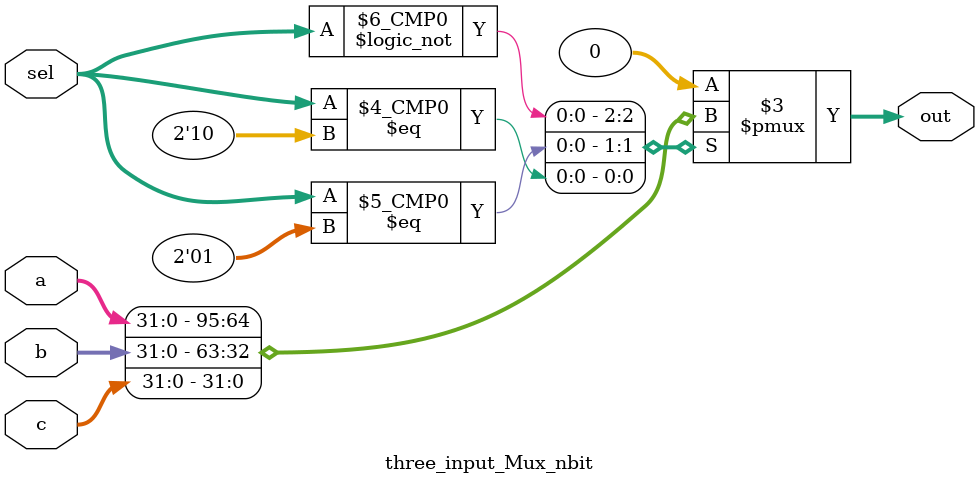
<source format=v>
`timescale 1ns / 1ps
/******************************************************************* * 
* Module:   three_Input_Mux.v 
* Project:  RISCV_PROCESSOR 
* Author:   Dalia Elnagar - daliawk@aucegypt.edu
*           Kareem A. Mohammed - kareemamr213@aucegypt.edu
*           Kirolos M. Mikhail - kirolosmorcos237@aucegypt.edu
*
* Description: this a multiplexer that only takes 3 inputs and gives zero
*              otherwise 
* 
* Change history: 10/29/21 – created a three input nbit multiplexer
*                 10/29/21 – minor modifications to follow guidlines
*
**********************************************************************/ 



module three_input_Mux_nbit #(parameter n=32)(
input  [1:0] sel,
input  [n-1:0] a,
input  [n-1:0] b,
input  [n-1:0] c,
output reg [n-1:0] out
);

    always@(*)
        begin
        case(sel)
            2'b00:
                out = a;
            2'b01:
                out = b;
            2'b10:
                out = c;
            default:
                out = 0;
        endcase
        end

endmodule
</source>
